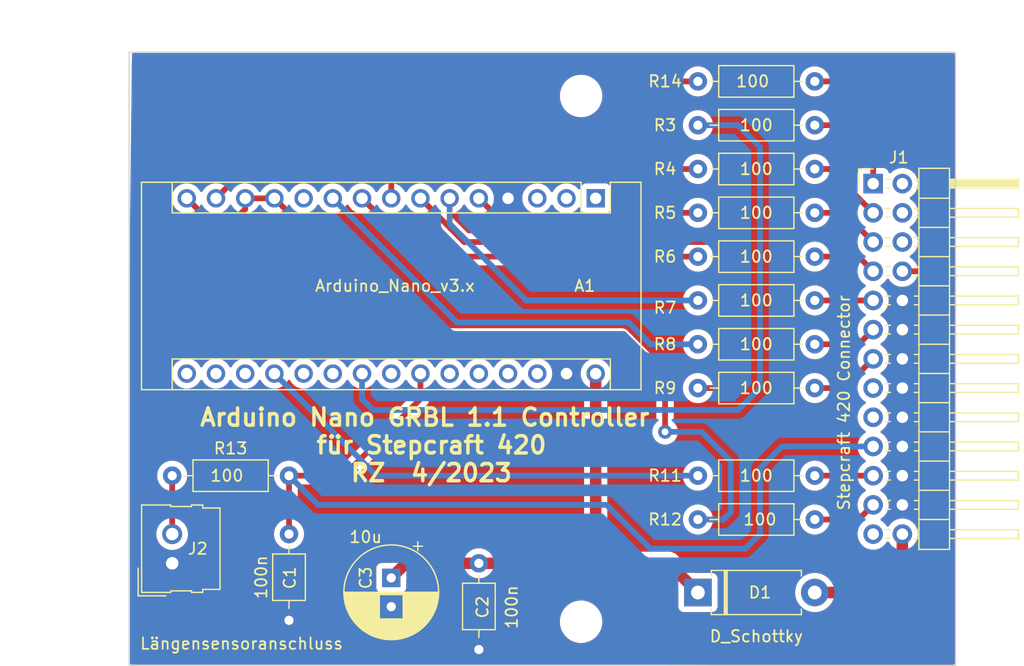
<source format=kicad_pcb>
(kicad_pcb (version 20221018) (generator pcbnew)
  (layers (0 "F.Cu" power) (31 "B.Cu" power) (34 "B.Paste" user) (35 "F.Paste" user) (36 "B.SilkS" user "B.Silkscreen") (37 "F.SilkS" user "F.Silkscreen") (38 "B.Mask" user) (39 "F.Mask" user) (44 "Edge.Cuts" user))
  (net 0 "")
  (net 1 "/STEP_X")
  (net 2 "/STEP_Y")
  (net 4 "GND")
  (net 6 "/STEP_Z")
  (net 7 "/SC_REF_XYZ")
  (net 9 "/DIR_X")
  (net 10 "/SC_DIR_Z")
  (net 12 "/SC_DIR_Y")
  (net 13 "/SC_DIR_X")
  (net 15 "/SC_STEP_Z")
  (net 16 "/SC_STEP_Y")
  (net 18 "/SC_STEP_X")
  (net 20 "/SC_STOP")
  (net 24 "/SC_VCC_5V")
  (net 29 "/SC_Length_Probe")
  (net 30 "/SC_Spindle_On_Off")
  (net 31 "/SC_Spindle_PWM")
  (net 32 "/DIR_Y")
  (net 33 "/DIR_Z")
  (net 34 "Net-(A1-VIN)")
  (net 35 "/REF_XYZ")
  (net 36 "/Spindle_PWM")
  (net 38 "/STOP")
  (net 39 "/Spindle_On_Off")
  (net 45 "Net-(J2-Pin_2)")
  (footprint "Module:Arduino_Nano" (layer "F.Cu") (at 70.8025 67.32 -90)
    (fp_text reference "A1" (at 7.61 0.9525) (layer "F.SilkS"))
    (fp_text value "Arduino_Nano_v3.x" (at 7.61 17.4625) (layer "F.SilkS"))
    (pad "1" thru_hole rect (at 0 0 270) (size 1.6 1.6) (drill 1) (layers "*.Cu" "*.Mask"))
    (pad "2" thru_hole oval (at 0 2.54 270) (size 1.6 1.6) (drill 1) (layers "*.Cu" "*.Mask"))
    (pad "3" thru_hole oval (at 0 5.08 270) (size 1.6 1.6) (drill 1) (layers "*.Cu" "*.Mask"))
    (pad "4" thru_hole oval (at 0 7.62 270) (size 1.6 1.6) (drill 1) (layers "*.Cu" "*.Mask") (net 4 "GND"))
    (pad "5" thru_hole oval (at 0 10.16 270) (size 1.6 1.6) (drill 1) (layers "*.Cu" "*.Mask") (net 1 "/STEP_X"))
    (pad "6" thru_hole oval (at 0 12.7 270) (size 1.6 1.6) (drill 1) (layers "*.Cu" "*.Mask") (net 2 "/STEP_Y"))
    (pad "7" thru_hole oval (at 0 15.24 270) (size 1.6 1.6) (drill 1) (layers "*.Cu" "*.Mask") (net 6 "/STEP_Z"))
    (pad "8" thru_hole oval (at 0 17.78 270) (size 1.6 1.6) (drill 1) (layers "*.Cu" "*.Mask") (net 9 "/DIR_X"))
    (pad "9" thru_hole oval (at 0 20.32 270) (size 1.6 1.6) (drill 1) (layers "*.Cu" "*.Mask") (net 32 "/DIR_Y"))
    (pad "10" thru_hole oval (at 0 22.86 270) (size 1.6 1.6) (drill 1) (layers "*.Cu" "*.Mask") (net 33 "/DIR_Z"))
    (pad "11" thru_hole oval (at 0 25.4 270) (size 1.6 1.6) (drill 1) (layers "*.Cu" "*.Mask"))
    (pad "12" thru_hole oval (at 0 27.94 270) (size 1.6 1.6) (drill 1) (layers "*.Cu" "*.Mask") (net 35 "/REF_XYZ"))
    (pad "13" thru_hole oval (at 0 30.48 270) (size 1.6 1.6) (drill 1) (layers "*.Cu" "*.Mask") (net 35 "/REF_XYZ"))
    (pad "14" thru_hole oval (at 0 33.02 270) (size 1.6 1.6) (drill 1) (layers "*.Cu" "*.Mask") (net 36 "/Spindle_PWM"))
    (pad "15" thru_hole oval (at 0 35.56 270) (size 1.6 1.6) (drill 1) (layers "*.Cu" "*.Mask") (net 35 "/REF_XYZ"))
    (pad "16" thru_hole oval (at 15.24 35.56 270) (size 1.6 1.6) (drill 1) (layers "*.Cu" "*.Mask"))
    (pad "17" thru_hole oval (at 15.24 33.02 270) (size 1.6 1.6) (drill 1) (layers "*.Cu" "*.Mask"))
    (pad "18" thru_hole oval (at 15.24 30.48 270) (size 1.6 1.6) (drill 1) (layers "*.Cu" "*.Mask"))
    (pad "19" thru_hole oval (at 15.24 27.94 270) (size 1.6 1.6) (drill 1) (layers "*.Cu" "*.Mask") (net 38 "/STOP"))
    (pad "20" thru_hole oval (at 15.24 25.4 270) (size 1.6 1.6) (drill 1) (layers "*.Cu" "*.Mask"))
    (pad "21" thru_hole oval (at 15.24 22.86 270) (size 1.6 1.6) (drill 1) (layers "*.Cu" "*.Mask"))
    (pad "22" thru_hole oval (at 15.24 20.32 270) (size 1.6 1.6) (drill 1) (layers "*.Cu" "*.Mask") (net 39 "/Spindle_On_Off"))
    (pad "23" thru_hole oval (at 15.24 17.78 270) (size 1.6 1.6) (drill 1) (layers "*.Cu" "*.Mask"))
    (pad "24" thru_hole oval (at 15.24 15.24 270) (size 1.6 1.6) (drill 1) (layers "*.Cu" "*.Mask") (net 29 "/SC_Length_Probe"))
    (pad "25" thru_hole oval (at 15.24 12.7 270) (size 1.6 1.6) (drill 1) (layers "*.Cu" "*.Mask"))
    (pad "26" thru_hole oval (at 15.24 10.16 270) (size 1.6 1.6) (drill 1) (layers "*.Cu" "*.Mask"))
    (pad "27" thru_hole oval (at 15.24 7.62 270) (size 1.6 1.6) (drill 1) (layers "*.Cu" "*.Mask"))
    (pad "28" thru_hole oval (at 15.24 5.08 270) (size 1.6 1.6) (drill 1) (layers "*.Cu" "*.Mask"))
    (pad "29" thru_hole oval (at 15.24 2.54 270) (size 1.6 1.6) (drill 1) (layers "*.Cu" "*.Mask") (net 4 "GND"))
    (pad "30" thru_hole oval (at 15.24 0 270) (size 1.6 1.6) (drill 1) (layers "*.Cu" "*.Mask") (net 34 "Net-(A1-VIN)"))
  )
  (footprint "Capacitor_THT:C_Axial_L3.8mm_D2.6mm_P7.50mm_Horizontal" (layer "F.Cu") (at 44.1325 96.52 -90)
    (fp_text reference "C1" (at 3.81 -0.0635 90) (layer "F.SilkS"))
    (fp_text value "100n" (at 3.75 2.42 90) (layer "F.SilkS"))
    (pad "1" thru_hole circle (at 0 0 270) (size 1.6 1.6) (drill 0.8) (layers "*.Cu" "*.Mask") (net 29 "/SC_Length_Probe"))
    (pad "2" thru_hole oval (at 7.5 0 270) (size 1.6 1.6) (drill 0.8) (layers "*.Cu" "*.Mask") (net 4 "GND"))
  )
  (footprint "Resistor_THT:R_Axial_DIN0207_L6.3mm_D2.5mm_P10.16mm_Horizontal" (layer "F.Cu") (at 89.8525 60.96 180)
    (fp_text reference "R3" (at 13.0175 0) (layer "F.SilkS"))
    (fp_text value "100" (at 5.08 0) (layer "F.SilkS"))
    (pad "1" thru_hole circle (at 0 0 180) (size 1.6 1.6) (drill 0.8) (layers "*.Cu" "*.Mask") (net 30 "/SC_Spindle_On_Off"))
    (pad "2" thru_hole oval (at 10.16 0 180) (size 1.6 1.6) (drill 0.8) (layers "*.Cu" "*.Mask") (net 39 "/Spindle_On_Off"))
  )
  (footprint "Resistor_THT:R_Axial_DIN0207_L6.3mm_D2.5mm_P10.16mm_Horizontal" (layer "F.Cu") (at 89.8525 57.15 180)
    (fp_text reference "R14" (at 13.0175 0) (layer "F.SilkS"))
    (fp_text value "100" (at 5.3975 0) (layer "F.SilkS"))
    (pad "1" thru_hole circle (at 0 0 180) (size 1.6 1.6) (drill 0.8) (layers "*.Cu" "*.Mask") (net 31 "/SC_Spindle_PWM"))
    (pad "2" thru_hole oval (at 10.16 0 180) (size 1.6 1.6) (drill 0.8) (layers "*.Cu" "*.Mask") (net 36 "/Spindle_PWM"))
  )
  (footprint "MountingHole:MountingHole_3.2mm_M3" (layer "F.Cu") (at 69.5325 104.14)
    (fp_text reference "H1" hide)
    (fp_text value "MountingHole" hide)
    (pad "" np_thru_hole circle (at 0 0) (size 3.2 3.2) (drill 3.2) (layers "F&B.Cu" "*.Mask"))
  )
  (footprint "Resistor_THT:R_Axial_DIN0207_L6.3mm_D2.5mm_P10.16mm_Horizontal" (layer "F.Cu") (at 89.8525 80.01 180)
    (fp_text reference "R8" (at 13.0175 0) (layer "F.SilkS"))
    (fp_text value "100" (at 5.08 0) (layer "F.SilkS"))
    (pad "1" thru_hole circle (at 0 0 180) (size 1.6 1.6) (drill 0.8) (layers "*.Cu" "*.Mask") (net 10 "/SC_DIR_Z"))
    (pad "2" thru_hole oval (at 10.16 0 180) (size 1.6 1.6) (drill 0.8) (layers "*.Cu" "*.Mask") (net 33 "/DIR_Z"))
  )
  (footprint "Capacitor_THT:CP_Radial_D8.0mm_P2.50mm" (layer "F.Cu") (at 53.0225 100.33 -90)
    (fp_text reference "C3" (at 0 2.2225 90) (layer "F.SilkS"))
    (fp_text value "10u" (at -3.556 2.2225) (layer "F.SilkS"))
    (pad "1" thru_hole rect (at 0 0 270) (size 1.6 1.6) (drill 0.8) (layers "*.Cu" "*.Mask") (net 34 "Net-(A1-VIN)"))
    (pad "2" thru_hole circle (at 2.5 0 270) (size 1.6 1.6) (drill 0.8) (layers "*.Cu" "*.Mask") (net 4 "GND"))
  )
  (footprint "Connector_PinHeader_2.54mm:PinHeader_2x13_P2.54mm_Horizontal_top_bootom" (layer "F.Cu") (at 94.9325 66.04)
    (fp_text reference "J1" (at 2.2225 -2.27) (layer "F.SilkS"))
    (fp_text value "Stepcraft 420 Connector" (at -2.54 19.05 90) (layer "F.SilkS"))
    (pad "1" thru_hole rect (at 0 0) (size 1.7 1.7) (drill 1) (layers "*.Cu" "*.Mask") (net 30 "/SC_Spindle_On_Off"))
    (pad "2" thru_hole oval (at 0 2.54) (size 1.7 1.7) (drill 1) (layers "*.Cu" "*.Mask") (net 13 "/SC_DIR_X"))
    (pad "3" thru_hole oval (at 0 5.08) (size 1.7 1.7) (drill 1) (layers "*.Cu" "*.Mask") (net 18 "/SC_STEP_X"))
    (pad "4" thru_hole oval (at 0 7.62) (size 1.7 1.7) (drill 1) (layers "*.Cu" "*.Mask") (net 12 "/SC_DIR_Y"))
    (pad "5" thru_hole oval (at 0 10.16) (size 1.7 1.7) (drill 1) (layers "*.Cu" "*.Mask") (net 16 "/SC_STEP_Y"))
    (pad "6" thru_hole oval (at 0 12.7) (size 1.7 1.7) (drill 1) (layers "*.Cu" "*.Mask") (net 10 "/SC_DIR_Z"))
    (pad "7" thru_hole oval (at 0 15.24) (size 1.7 1.7) (drill 1) (layers "*.Cu" "*.Mask") (net 15 "/SC_STEP_Z"))
    (pad "8" thru_hole oval (at 0 17.78) (size 1.7 1.7) (drill 1) (layers "*.Cu" "*.Mask"))
    (pad "9" thru_hole oval (at 0 20.32) (size 1.7 1.7) (drill 1) (layers "*.Cu" "*.Mask"))
    (pad "10" thru_hole oval (at 0 22.86) (size 1.7 1.7) (drill 1) (layers "*.Cu" "*.Mask") (net 29 "/SC_Length_Probe"))
    (pad "11" thru_hole oval (at 0 25.4) (size 1.7 1.7) (drill 1) (layers "*.Cu" "*.Mask") (net 20 "/SC_STOP"))
    (pad "12" thru_hole oval (at 0 27.94) (size 1.7 1.7) (drill 1) (layers "*.Cu" "*.Mask") (net 7 "/SC_REF_XYZ"))
    (pad "13" thru_hole oval (at 0 30.48) (size 1.7 1.7) (drill 1) (layers "*.Cu" "*.Mask"))
    (pad "14" thru_hole oval (at 2.54 0) (size 1.7 1.7) (drill 1) (layers "*.Cu" "*.Mask"))
    (pad "15" thru_hole oval (at 2.54 2.54) (size 1.7 1.7) (drill 1) (layers "*.Cu" "*.Mask"))
    (pad "16" thru_hole oval (at 2.54 5.08) (size 1.7 1.7) (drill 1) (layers "*.Cu" "*.Mask"))
    (pad "17" thru_hole oval (at 2.54 7.62) (size 1.7 1.7) (drill 1) (layers "*.Cu" "*.Mask") (net 31 "/SC_Spindle_PWM"))
    (pad "18" thru_hole oval (at 2.54 10.16) (size 1.7 1.7) (drill 1) (layers "*.Cu" "*.Mask") (net 4 "GND"))
    (pad "19" thru_hole oval (at 2.54 12.7) (size 1.7 1.7) (drill 1) (layers "*.Cu" "*.Mask") (net 4 "GND"))
    (pad "20" thru_hole oval (at 2.54 15.24) (size 1.7 1.7) (drill 1) (layers "*.Cu" "*.Mask") (net 4 "GND"))
    (pad "21" thru_hole oval (at 2.54 17.78) (size 1.7 1.7) (drill 1) (layers "*.Cu" "*.Mask") (net 4 "GND"))
    (pad "22" thru_hole oval (at 2.54 20.32) (size 1.7 1.7) (drill 1) (layers "*.Cu" "*.Mask") (net 4 "GND"))
    (pad "23" thru_hole oval (at 2.54 22.86) (size 1.7 1.7) (drill 1) (layers "*.Cu" "*.Mask") (net 4 "GND"))
    (pad "24" thru_hole oval (at 2.54 25.4) (size 1.7 1.7) (drill 1) (layers "*.Cu" "*.Mask") (net 4 "GND"))
    (pad "25" thru_hole oval (at 2.54 27.94) (size 1.7 1.7) (drill 1) (layers "*.Cu" "*.Mask") (net 4 "GND"))
    (pad "26" thru_hole oval (at 2.54 30.48) (size 1.7 1.7) (drill 1) (layers "*.Cu" "*.Mask") (net 24 "/SC_VCC_5V"))
  )
  (footprint "Resistor_THT:R_Axial_DIN0207_L6.3mm_D2.5mm_P10.16mm_Horizontal" (layer "F.Cu") (at 89.8525 95.25 180)
    (fp_text reference "R12" (at 13.0175 0) (layer "F.SilkS"))
    (fp_text value "100" (at 4.7625 0) (layer "F.SilkS"))
    (pad "1" thru_hole circle (at 0 0 180) (size 1.6 1.6) (drill 0.8) (layers "*.Cu" "*.Mask") (net 7 "/SC_REF_XYZ"))
    (pad "2" thru_hole oval (at 10.16 0 180) (size 1.6 1.6) (drill 0.8) (layers "*.Cu" "*.Mask") (net 35 "/REF_XYZ"))
  )
  (footprint "Resistor_THT:R_Axial_DIN0207_L6.3mm_D2.5mm_P10.16mm_Horizontal" (layer "F.Cu") (at 89.8525 64.77 180)
    (fp_text reference "R4" (at 13.0175 0) (layer "F.SilkS"))
    (fp_text value "100" (at 5.08 0) (layer "F.SilkS"))
    (pad "1" thru_hole circle (at 0 0 180) (size 1.6 1.6) (drill 0.8) (layers "*.Cu" "*.Mask") (net 13 "/SC_DIR_X"))
    (pad "2" thru_hole oval (at 10.16 0 180) (size 1.6 1.6) (drill 0.8) (layers "*.Cu" "*.Mask") (net 9 "/DIR_X"))
  )
  (footprint "MountingHole:MountingHole_3.2mm_M3" (layer "F.Cu") (at 69.5325 58.42)
    (fp_text reference "H2" hide)
    (fp_text value "MountingHole" hide)
    (pad "" np_thru_hole circle (at 0 0) (size 3.2 3.2) (drill 3.2) (layers "F&B.Cu" "*.Mask"))
  )
  (footprint "Resistor_THT:R_Axial_DIN0207_L6.3mm_D2.5mm_P10.16mm_Horizontal" (layer "F.Cu") (at 33.9725 91.44)
    (fp_text reference "R13" (at 5.08 -2.37) (layer "F.SilkS"))
    (fp_text value "100" (at 4.7625 0) (layer "F.SilkS"))
    (pad "1" thru_hole circle (at 0 0) (size 1.6 1.6) (drill 0.8) (layers "*.Cu" "*.Mask") (net 45 "Net-(J2-Pin_2)"))
    (pad "2" thru_hole oval (at 10.16 0) (size 1.6 1.6) (drill 0.8) (layers "*.Cu" "*.Mask") (net 29 "/SC_Length_Probe"))
  )
  (footprint "Capacitor_THT:C_Axial_L3.8mm_D2.6mm_P7.50mm_Horizontal" (layer "F.Cu") (at 60.6425 99.06 -90)
    (fp_text reference "C2" (at 3.81 -0.3175 90) (layer "F.SilkS"))
    (fp_text value "100n" (at 3.81 -2.8575 90) (layer "F.SilkS"))
    (pad "1" thru_hole circle (at 0 0 270) (size 1.6 1.6) (drill 0.8) (layers "*.Cu" "*.Mask") (net 34 "Net-(A1-VIN)"))
    (pad "2" thru_hole oval (at 7.5 0 270) (size 1.6 1.6) (drill 0.8) (layers "*.Cu" "*.Mask") (net 4 "GND"))
  )
  (footprint "Resistor_THT:R_Axial_DIN0207_L6.3mm_D2.5mm_P10.16mm_Horizontal" (layer "F.Cu") (at 89.8525 68.58 180)
    (fp_text reference "R5" (at 13.0175 0) (layer "F.SilkS"))
    (fp_text value "100" (at 5.08 0) (layer "F.SilkS"))
    (pad "1" thru_hole circle (at 0 0 180) (size 1.6 1.6) (drill 0.8) (layers "*.Cu" "*.Mask") (net 18 "/SC_STEP_X"))
    (pad "2" thru_hole oval (at 10.16 0 180) (size 1.6 1.6) (drill 0.8) (layers "*.Cu" "*.Mask") (net 1 "/STEP_X"))
  )
  (footprint "Resistor_THT:R_Axial_DIN0207_L6.3mm_D2.5mm_P10.16mm_Horizontal" (layer "F.Cu") (at 89.8525 72.39 180)
    (fp_text reference "R6" (at 13.0175 0) (layer "F.SilkS"))
    (fp_text value "100" (at 5.08 0) (layer "F.SilkS"))
    (pad "1" thru_hole circle (at 0 0 180) (size 1.6 1.6) (drill 0.8) (layers "*.Cu" "*.Mask") (net 12 "/SC_DIR_Y"))
    (pad "2" thru_hole oval (at 10.16 0 180) (size 1.6 1.6) (drill 0.8) (layers "*.Cu" "*.Mask") (net 32 "/DIR_Y"))
  )
  (footprint "Resistor_THT:R_Axial_DIN0207_L6.3mm_D2.5mm_P10.16mm_Horizontal" (layer "F.Cu") (at 89.8525 91.44 180)
    (fp_text reference "R11" (at 13.0175 0) (layer "F.SilkS"))
    (fp_text value "100" (at 5.08 0) (layer "F.SilkS"))
    (pad "1" thru_hole circle (at 0 0 180) (size 1.6 1.6) (drill 0.8) (layers "*.Cu" "*.Mask") (net 20 "/SC_STOP"))
    (pad "2" thru_hole oval (at 10.16 0 180) (size 1.6 1.6) (drill 0.8) (layers "*.Cu" "*.Mask") (net 38 "/STOP"))
  )
  (footprint "Diode_THT:D_DO-15_P10.16mm_Horizontal" (layer "F.Cu") (at 79.6925 101.6)
    (fp_text reference "D1" (at 5.3975 0) (layer "F.SilkS"))
    (fp_text value "D_Schottky" (at 5.08 3.81) (layer "F.SilkS"))
    (pad "1" thru_hole rect (at 0 0) (size 2.4 2.4) (drill 1.2) (layers "*.Cu" "*.Mask") (net 34 "Net-(A1-VIN)"))
    (pad "2" thru_hole oval (at 10.16 0) (size 2.4 2.4) (drill 1.2) (layers "*.Cu" "*.Mask") (net 24 "/SC_VCC_5V"))
  )
  (footprint "Resistor_THT:R_Axial_DIN0207_L6.3mm_D2.5mm_P10.16mm_Horizontal" (layer "F.Cu") (at 89.8525 76.2 180)
    (fp_text reference "R7" (at 13.0175 -0.635) (layer "F.SilkS"))
    (fp_text value "100" (at 5.08 0) (layer "F.SilkS"))
    (pad "1" thru_hole circle (at 0 0 180) (size 1.6 1.6) (drill 0.8) (layers "*.Cu" "*.Mask") (net 16 "/SC_STEP_Y"))
    (pad "2" thru_hole oval (at 10.16 0 180) (size 1.6 1.6) (drill 0.8) (layers "*.Cu" "*.Mask") (net 2 "/STEP_Y"))
  )
  (footprint "Resistor_THT:R_Axial_DIN0207_L6.3mm_D2.5mm_P10.16mm_Horizontal" (layer "F.Cu") (at 89.8525 83.82 180)
    (fp_text reference "R9" (at 13.0175 0) (layer "F.SilkS"))
    (fp_text value "100" (at 5.08 0) (layer "F.SilkS"))
    (pad "1" thru_hole circle (at 0 0 180) (size 1.6 1.6) (drill 0.8) (layers "*.Cu" "*.Mask") (net 15 "/SC_STEP_Z"))
    (pad "2" thru_hole oval (at 10.16 0 180) (size 1.6 1.6) (drill 0.8) (layers "*.Cu" "*.Mask") (net 6 "/STEP_Z"))
  )
  (footprint "Connector_Molex:Molex_SL_171971-0002_1x02_P2.54mm_Vertical" (layer "F.Cu") (at 33.9725 99.06 90)
    (fp_text reference "J2" (at 1.27 2.2225 180) (layer "F.SilkS"))
    (fp_text value "Längensensoranschluss" (at -6.985 6.0325 180) (layer "F.SilkS"))
    (pad "1" thru_hole roundrect (at 0 0 90) (size 1.74 1.74) (drill 1.09) (layers "*.Cu" "*.Mask") (roundrect_rratio 0.1436781609) (net 4 "GND"))
    (pad "2" thru_hole circle (at 2.54 0 90) (size 1.74 1.74) (drill 1.09) (layers "*.Cu" "*.Mask") (net 45 "Net-(J2-Pin_2)"))
  )
  (gr_rect (start 30.226 54.61) (end 102.108 107.95) (stroke (width 0.1)) (fill none) (layer "Edge.Cuts"))
  (gr_text "Arduino Nano GRBL 1.1 Controller \nfür Stepcraft 420\nRZ  4/2023" (at 56.515 92.075) (layer "F.SilkS") (effects (font (size 1.5 1.5) (thickness 0.3) bold) (justify bottom)))
  (segment (start 73.66 68.58) (end 79.6925 68.58) (width 0.5) (layer "F.Cu") (net 1))
  (segment (start 60.6425 67.32) (end 62.5375 69.215) (width 0.5) (layer "F.Cu") (net 1))
  (segment (start 62.5375 69.215) (end 73.025 69.215) (width 0.5) (layer "F.Cu") (net 1))
  (segment (start 73.025 69.215) (end 73.66 68.58) (width 0.5) (layer "F.Cu") (net 1))
  (segment (start 64.77 76.2) (end 79.6925 76.2) (width 0.5) (layer "B.Cu") (net 2))
  (segment (start 58.1025 67.32) (end 58.1025 69.5325) (width 0.5) (layer "B.Cu") (net 2))
  (segment (start 58.1025 69.5325) (end 64.77 76.2) (width 0.5) (layer "B.Cu") (net 2))
  (segment (start 83.185 83.185) (end 82.55 83.82) (width 0.5) (layer "F.Cu") (net 6))
  (segment (start 59.3625 71.12) (end 81.915 71.12) (width 0.5) (layer "F.Cu") (net 6))
  (segment (start 83.185 72.39) (end 83.185 83.185) (width 0.5) (layer "F.Cu") (net 6))
  (segment (start 82.55 83.82) (end 79.6925 83.82) (width 0.5) (layer "F.Cu") (net 6))
  (segment (start 55.5625 67.32) (end 59.3625 71.12) (width 0.5) (layer "F.Cu") (net 6))
  (segment (start 81.915 71.12) (end 83.185 72.39) (width 0.5) (layer "F.Cu") (net 6))
  (segment (start 89.8525 95.25) (end 93.6625 95.25) (width 0.5) (layer "F.Cu") (net 7))
  (segment (start 93.6625 95.25) (end 94.9325 93.98) (width 0.5) (layer "F.Cu") (net 7))
  (segment (start 53.975 64.77) (end 79.6925 64.77) (width 0.5) (layer "F.Cu") (net 9))
  (segment (start 53.0225 65.7225) (end 53.975 64.77) (width 0.5) (layer "F.Cu") (net 9))
  (segment (start 53.0225 67.32) (end 53.0225 65.7225) (width 0.5) (layer "F.Cu") (net 9))
  (segment (start 93.6625 80.01) (end 94.9325 78.74) (width 0.5) (layer "F.Cu") (net 10))
  (segment (start 89.8525 80.01) (end 93.6625 80.01) (width 0.5) (layer "F.Cu") (net 10))
  (segment (start 93.6625 72.39) (end 94.9325 73.66) (width 0.5) (layer "F.Cu") (net 12))
  (segment (start 89.8525 72.39) (end 93.6625 72.39) (width 0.5) (layer "F.Cu") (net 12))
  (segment (start 91.1225 64.77) (end 94.9325 68.58) (width 0.5) (layer "F.Cu") (net 13))
  (segment (start 89.8525 64.77) (end 91.1225 64.77) (width 0.5) (layer "F.Cu") (net 13))
  (segment (start 92.3925 83.82) (end 94.9325 81.28) (width 0.5) (layer "F.Cu") (net 15))
  (segment (start 89.8525 83.82) (end 92.3925 83.82) (width 0.5) (layer "F.Cu") (net 15))
  (segment (start 89.8525 76.2) (end 94.9325 76.2) (width 0.5) (layer "F.Cu") (net 16))
  (segment (start 92.3925 68.58) (end 94.9325 71.12) (width 0.5) (layer "F.Cu") (net 18))
  (segment (start 89.8525 68.58) (end 92.3925 68.58) (width 0.5) (layer "F.Cu") (net 18))
  (segment (start 89.8525 91.44) (end 94.9325 91.44) (width 0.5) (layer "F.Cu") (net 20))
  (segment (start 97.4725 98.1075) (end 97.4725 96.52) (width 1) (layer "F.Cu") (net 24))
  (segment (start 93.98 101.6) (end 97.4725 98.1075) (width 1) (layer "F.Cu") (net 24))
  (segment (start 89.8525 101.6) (end 93.98 101.6) (width 1) (layer "F.Cu") (net 24))
  (segment (start 44.1325 96.52) (end 44.1325 91.44) (width 0.5) (layer "F.Cu") (net 29))
  (segment (start 55.5625 84.7725) (end 55.5625 82.56) (width 0.5) (layer "F.Cu") (net 29))
  (segment (start 48.895 91.44) (end 55.5625 84.7725) (width 0.5) (layer "F.Cu") (net 29))
  (segment (start 44.1325 91.44) (end 48.895 91.44) (width 0.5) (layer "F.Cu") (net 29))
  (segment (start 85.09 96.52) (end 85.09 90.805) (width 0.5) (layer "B.Cu") (net 29))
  (segment (start 71.755 93.98) (end 75.565 97.79) (width 0.5) (layer "B.Cu") (net 29))
  (segment (start 44.1325 91.44) (end 46.6725 93.98) (width 0.5) (layer "B.Cu") (net 29))
  (segment (start 85.09 90.805) (end 86.995 88.9) (width 0.5) (layer "B.Cu") (net 29))
  (segment (start 46.6725 93.98) (end 71.755 93.98) (width 0.5) (layer "B.Cu") (net 29))
  (segment (start 83.82 97.79) (end 85.09 96.52) (width 0.5) (layer "B.Cu") (net 29))
  (segment (start 86.995 88.9) (end 94.9325 88.9) (width 0.5) (layer "B.Cu") (net 29))
  (segment (start 75.565 97.79) (end 83.82 97.79) (width 0.5) (layer "B.Cu") (net 29))
  (segment (start 91.44 60.96) (end 94.9325 64.4525) (width 0.5) (layer "F.Cu") (net 30))
  (segment (start 94.9325 64.4525) (end 94.9325 66.04) (width 0.5) (layer "F.Cu") (net 30))
  (segment (start 89.8525 60.96) (end 91.44 60.96) (width 0.5) (layer "F.Cu") (net 30))
  (segment (start 100.33 62.23) (end 100.33 72.39) (width 0.5) (layer "F.Cu") (net 31))
  (segment (start 95.25 57.15) (end 100.33 62.23) (width 0.5) (layer "F.Cu") (net 31))
  (segment (start 99.06 73.66) (end 97.4725 73.66) (width 0.5) (layer "F.Cu") (net 31))
  (segment (start 89.8525 57.15) (end 95.25 57.15) (width 0.5) (layer "F.Cu") (net 31))
  (segment (start 100.33 72.39) (end 99.06 73.66) (width 0.5) (layer "F.Cu") (net 31))
  (segment (start 50.4825 67.32) (end 55.5525 72.39) (width 0.5) (layer "F.Cu") (net 32))
  (segment (start 55.5525 72.39) (end 79.6925 72.39) (width 0.5) (layer "F.Cu") (net 32))
  (segment (start 58.7275 78.105) (end 73.66 78.105) (width 0.5) (layer "B.Cu") (net 33))
  (segment (start 75.565 80.01) (end 79.6925 80.01) (width 0.5) (layer "B.Cu") (net 33))
  (segment (start 73.66 78.105) (end 75.565 80.01) (width 0.5) (layer "B.Cu") (net 33))
  (segment (start 47.9425 67.32) (end 58.7275 78.105) (width 0.5) (layer "B.Cu") (net 33))
  (segment (start 60.6425 99.06) (end 54.2925 99.06) (width 1) (layer "F.Cu") (net 34))
  (segment (start 77.1525 99.06) (end 79.6925 101.6) (width 1) (layer "F.Cu") (net 34))
  (segment (start 70.8025 98.7425) (end 70.485 99.06) (width 1) (layer "F.Cu") (net 34))
  (segment (start 70.8025 82.56) (end 70.8025 98.7425) (width 1) (layer "F.Cu") (net 34))
  (segment (start 70.485 99.06) (end 77.1525 99.06) (width 1) (layer "F.Cu") (net 34))
  (segment (start 60.6425 99.06) (end 70.485 99.06) (width 1) (layer "F.Cu") (net 34))
  (segment (start 54.2925 99.06) (end 53.0225 100.33) (width 1) (layer "F.Cu") (net 34))
  (segment (start 73.025 79.375) (end 76.835 83.185) (width 0.5) (layer "F.Cu") (net 35))
  (segment (start 37.1375 69.215) (end 39.37 69.215) (width 0.5) (layer "F.Cu") (net 35))
  (segment (start 39.37 69.215) (end 40.3225 68.2625) (width 0.5) (layer "F.Cu") (net 35))
  (segment (start 40.3225 67.32) (end 42.8625 67.32) (width 0.5) (layer "F.Cu") (net 35))
  (segment (start 76.835 83.185) (end 76.835 87.63) (width 0.5) (layer "F.Cu") (net 35))
  (segment (start 40.3225 68.2625) (end 40.3225 67.32) (width 0.5) (layer "F.Cu") (net 35))
  (segment (start 35.2425 67.32) (end 37.1375 69.215) (width 0.5) (layer "F.Cu") (net 35))
  (segment (start 42.8625 67.32) (end 54.9175 79.375) (width 0.5) (layer "F.Cu") (net 35))
  (segment (start 54.9175 79.375) (end 73.025 79.375) (width 0.5) (layer "F.Cu") (net 35))
  (via (at 76.835 87.63) (size 1.2) (drill 0.6) (layers "F.Cu" "B.Cu") (net 35))
  (segment (start 76.835 87.63) (end 80.01 87.63) (width 0.5) (layer "B.Cu") (net 35))
  (segment (start 80.01 87.63) (end 82.55 90.17) (width 0.5) (layer "B.Cu") (net 35))
  (segment (start 81.915 95.25) (end 79.6925 95.25) (width 0.5) (layer "B.Cu") (net 35))
  (segment (start 82.55 94.615) (end 81.915 95.25) (width 0.5) (layer "B.Cu") (net 35))
  (segment (start 82.55 90.17) (end 82.55 94.615) (width 0.5) (layer "B.Cu") (net 35))
  (segment (start 75.565 59.69) (end 75.565 57.785) (width 0.5) (layer "F.Cu") (net 36))
  (segment (start 75.565 57.785) (end 76.2 57.15) (width 0.5) (layer "F.Cu") (net 36))
  (segment (start 42.8725 62.23) (end 73.025 62.23) (width 0.5) (layer "F.Cu") (net 36))
  (segment (start 76.2 57.15) (end 79.6925 57.15) (width 0.5) (layer "F.Cu") (net 36))
  (segment (start 37.7825 67.32) (end 42.8725 62.23) (width 0.5) (layer "F.Cu") (net 36))
  (segment (start 73.025 62.23) (end 75.565 59.69) (width 0.5) (layer "F.Cu") (net 36))
  (segment (start 51.7425 91.44) (end 79.6925 91.44) (width 0.5) (layer "B.Cu") (net 38))
  (segment (start 42.8625 82.56) (end 51.7425 91.44) (width 0.5) (layer "B.Cu") (net 38))
  (segment (start 85.09 62.865) (end 83.185 60.96) (width 0.5) (layer "B.Cu") (net 39))
  (segment (start 83.185 85.725) (end 85.09 83.82) (width 0.5) (layer "B.Cu") (net 39))
  (segment (start 50.4825 84.7725) (end 51.435 85.725) (width 0.5) (layer "B.Cu") (net 39))
  (segment (start 83.185 60.96) (end 79.6925 60.96) (width 0.5) (layer "B.Cu") (net 39))
  (segment (start 50.4825 82.56) (end 50.4825 84.7725) (width 0.5) (layer "B.Cu") (net 39))
  (segment (start 51.435 85.725) (end 83.185 85.725) (width 0.5) (layer "B.Cu") (net 39))
  (segment (start 85.09 83.82) (end 85.09 62.865) (width 0.5) (layer "B.Cu") (net 39))
  (segment (start 33.9725 96.52) (end 33.9725 91.44) (width 0.5) (layer "F.Cu") (net 45))
  (zone (net 4) (net_name "GND") (layers "F&B.Cu") (connect_pads yes (clearance 0.508)) (min_thickness 0.25) (fill yes (thermal_gap 0.5) (thermal_bridge_width 0.5))
    (polygon (pts (xy 30.48 54.61) (xy 102.235 54.61) (xy 102.235 107.95) (xy 29.972 107.696)))
  )
  (zone (net 4) (net_name "GND") (layer "B.Cu") (priority 1) (connect_pads yes (clearance 0.508)) (min_thickness 0.25) (fill yes (thermal_gap 0.5) (thermal_bridge_width 0.5))
    (polygon (pts (xy 30.48 54.61) (xy 102.235 54.61) (xy 102.235 107.95) (xy 29.845 107.95)))
  )
)
</source>
